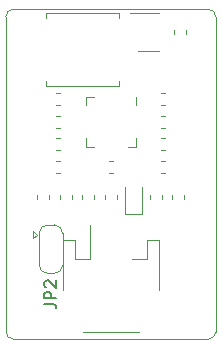
<source format=gbr>
%TF.GenerationSoftware,KiCad,Pcbnew,5.1.6+dfsg1-1~bpo10+1*%
%TF.CreationDate,2020-07-06T17:28:13+00:00*%
%TF.ProjectId,ProMicro_LIPO,50726f4d-6963-4726-9f5f-4c49504f2e6b,v1.6*%
%TF.SameCoordinates,Original*%
%TF.FileFunction,Legend,Top*%
%TF.FilePolarity,Positive*%
%FSLAX45Y45*%
G04 Gerber Fmt 4.5, Leading zero omitted, Abs format (unit mm)*
G04 Created by KiCad (PCBNEW 5.1.6+dfsg1-1~bpo10+1) date 2020-07-06 17:28:13*
%MOMM*%
%LPD*%
G01*
G04 APERTURE LIST*
%TA.AperFunction,Profile*%
%ADD10C,0.100000*%
%TD*%
%ADD11C,0.120000*%
%ADD12C,0.200000*%
%ADD13O,1.600000X1.600000*%
%ADD14R,1.600000X1.600000*%
%ADD15C,2.000000*%
%ADD16R,2.350000X5.100000*%
%ADD17R,1.060000X0.650000*%
%ADD18R,1.500000X1.000000*%
%ADD19C,0.150000*%
G04 APERTURE END LIST*
D10*
X-127000Y-63500D02*
X-127000Y2603500D01*
X1651000Y2603500D02*
X1651000Y-63500D01*
X1651000Y-63500D02*
G75*
G02*
X1587500Y-127000I-63500J0D01*
G01*
X-63500Y-127000D02*
G75*
G02*
X-127000Y-63500I0J63500D01*
G01*
X-127000Y2603500D02*
G75*
G02*
X-63500Y2667000I63500J0D01*
G01*
X1587500Y2667000D02*
G75*
G02*
X1651000Y2603500I0J-63500D01*
G01*
X1587500Y2667000D02*
X-63500Y2667000D01*
X-63500Y-127000D02*
X1587500Y-127000D01*
D11*
X210700Y2634100D02*
X830700Y2634100D01*
X830700Y2634100D02*
X830700Y2589100D01*
X830700Y2014100D02*
X210700Y2014100D01*
X830700Y2014100D02*
X830700Y2059100D01*
X210700Y2014100D02*
X210700Y2059100D01*
X210700Y2634100D02*
X210700Y2589100D01*
X333778Y1854000D02*
X301222Y1854000D01*
X333778Y1956000D02*
X301222Y1956000D01*
X1190222Y1956000D02*
X1222778Y1956000D01*
X1190222Y1854000D02*
X1222778Y1854000D01*
X1190222Y1765500D02*
X1222778Y1765500D01*
X1190222Y1663500D02*
X1222778Y1663500D01*
X622500Y1095778D02*
X622500Y1063222D01*
X520500Y1095778D02*
X520500Y1063222D01*
X333778Y1663500D02*
X301222Y1663500D01*
X333778Y1765500D02*
X301222Y1765500D01*
X1190222Y1384500D02*
X1222778Y1384500D01*
X1190222Y1282500D02*
X1222778Y1282500D01*
X1222778Y1473000D02*
X1190222Y1473000D01*
X1222778Y1575000D02*
X1190222Y1575000D01*
X301222Y1575000D02*
X333778Y1575000D01*
X301222Y1473000D02*
X333778Y1473000D01*
X333778Y1282500D02*
X301222Y1282500D01*
X333778Y1384500D02*
X301222Y1384500D01*
X778278Y1282500D02*
X745722Y1282500D01*
X778278Y1384500D02*
X745722Y1384500D01*
X1295200Y2460222D02*
X1295200Y2492778D01*
X1397200Y2460222D02*
X1397200Y2492778D01*
X973000Y1573500D02*
X973000Y1503500D01*
X973000Y1503500D02*
X903000Y1503500D01*
X551000Y1855500D02*
X551000Y1925500D01*
X551000Y1925500D02*
X621000Y1925500D01*
X551000Y1573500D02*
X551000Y1503500D01*
X551000Y1503500D02*
X621000Y1503500D01*
X973000Y1855500D02*
X973000Y1925500D01*
X989500Y2315500D02*
X1169500Y2315500D01*
X1169500Y2637500D02*
X924500Y2637500D01*
X134000Y755000D02*
X104000Y725000D01*
X104000Y785000D02*
X104000Y725000D01*
X134000Y755000D02*
X104000Y785000D01*
X224000Y840000D02*
X284000Y840000D01*
X154000Y495000D02*
X154000Y775000D01*
X284000Y430000D02*
X224000Y430000D01*
X354000Y775000D02*
X354000Y495000D01*
X284000Y840000D02*
G75*
G02*
X354000Y770000I0J-70000D01*
G01*
X154000Y770000D02*
G75*
G02*
X224000Y840000I70000J0D01*
G01*
X224000Y430000D02*
G75*
G02*
X154000Y500000I0J70000D01*
G01*
X354000Y500000D02*
G75*
G02*
X284000Y430000I-70000J0D01*
G01*
X356000Y287000D02*
X356000Y712000D01*
X356000Y712000D02*
X458000Y712000D01*
X458000Y712000D02*
X458000Y552000D01*
X458000Y552000D02*
X586000Y552000D01*
X586000Y552000D02*
X586000Y841000D01*
X1168000Y287000D02*
X1168000Y712000D01*
X1168000Y712000D02*
X1066000Y712000D01*
X1066000Y712000D02*
X1066000Y552000D01*
X1066000Y552000D02*
X938000Y552000D01*
X528000Y-70000D02*
X996000Y-70000D01*
X139500Y1063222D02*
X139500Y1095778D01*
X241500Y1063222D02*
X241500Y1095778D01*
X432000Y1095778D02*
X432000Y1063222D01*
X330000Y1095778D02*
X330000Y1063222D01*
X1092000Y1063222D02*
X1092000Y1095778D01*
X1194000Y1063222D02*
X1194000Y1095778D01*
X711000Y1063222D02*
X711000Y1095778D01*
X813000Y1063222D02*
X813000Y1095778D01*
X879000Y1159500D02*
X879000Y931000D01*
X879000Y931000D02*
X1026000Y931000D01*
X1026000Y931000D02*
X1026000Y1159500D01*
X1384500Y1095778D02*
X1384500Y1063222D01*
X1282500Y1095778D02*
X1282500Y1063222D01*
D12*
X199238Y170667D02*
X270667Y170667D01*
X284952Y165905D01*
X294476Y156381D01*
X299238Y142095D01*
X299238Y132572D01*
X299238Y218286D02*
X199238Y218286D01*
X199238Y256381D01*
X204000Y265905D01*
X208762Y270667D01*
X218286Y275429D01*
X232571Y275429D01*
X242095Y270667D01*
X246857Y265905D01*
X251619Y256381D01*
X251619Y218286D01*
X208762Y313524D02*
X204000Y318286D01*
X199238Y327810D01*
X199238Y351619D01*
X204000Y361143D01*
X208762Y365905D01*
X218286Y370667D01*
X227809Y370667D01*
X242095Y365905D01*
X299238Y308762D01*
X299238Y370667D01*
%LPC*%
D13*
X1524000Y0D03*
X1524000Y254000D03*
X1524000Y508000D03*
X0Y2794000D03*
X1524000Y762000D03*
X0Y2540000D03*
X1524000Y1016000D03*
X0Y2286000D03*
X1524000Y1270000D03*
X0Y2032000D03*
X1524000Y1524000D03*
X0Y1778000D03*
X1524000Y1778000D03*
X0Y1524000D03*
X1524000Y2032000D03*
X0Y1270000D03*
X1524000Y2286000D03*
X0Y1016000D03*
X1524000Y2540000D03*
X0Y762000D03*
X1524000Y2794000D03*
X0Y508000D03*
X0Y254000D03*
D14*
X0Y0D03*
D15*
X1270000Y2159000D03*
D16*
X728200Y2324100D03*
X313200Y2324100D03*
G36*
G01*
X282500Y1930625D02*
X282500Y1879375D01*
G75*
G02*
X260625Y1857500I-21875J0D01*
G01*
X216875Y1857500D01*
G75*
G02*
X195000Y1879375I0J21875D01*
G01*
X195000Y1930625D01*
G75*
G02*
X216875Y1952500I21875J0D01*
G01*
X260625Y1952500D01*
G75*
G02*
X282500Y1930625I0J-21875D01*
G01*
G37*
G36*
G01*
X440000Y1930625D02*
X440000Y1879375D01*
G75*
G02*
X418125Y1857500I-21875J0D01*
G01*
X374375Y1857500D01*
G75*
G02*
X352500Y1879375I0J21875D01*
G01*
X352500Y1930625D01*
G75*
G02*
X374375Y1952500I21875J0D01*
G01*
X418125Y1952500D01*
G75*
G02*
X440000Y1930625I0J-21875D01*
G01*
G37*
G36*
G01*
X1241500Y1879375D02*
X1241500Y1930625D01*
G75*
G02*
X1263375Y1952500I21875J0D01*
G01*
X1307125Y1952500D01*
G75*
G02*
X1329000Y1930625I0J-21875D01*
G01*
X1329000Y1879375D01*
G75*
G02*
X1307125Y1857500I-21875J0D01*
G01*
X1263375Y1857500D01*
G75*
G02*
X1241500Y1879375I0J21875D01*
G01*
G37*
G36*
G01*
X1084000Y1879375D02*
X1084000Y1930625D01*
G75*
G02*
X1105875Y1952500I21875J0D01*
G01*
X1149625Y1952500D01*
G75*
G02*
X1171500Y1930625I0J-21875D01*
G01*
X1171500Y1879375D01*
G75*
G02*
X1149625Y1857500I-21875J0D01*
G01*
X1105875Y1857500D01*
G75*
G02*
X1084000Y1879375I0J21875D01*
G01*
G37*
G36*
G01*
X1241500Y1688875D02*
X1241500Y1740125D01*
G75*
G02*
X1263375Y1762000I21875J0D01*
G01*
X1307125Y1762000D01*
G75*
G02*
X1329000Y1740125I0J-21875D01*
G01*
X1329000Y1688875D01*
G75*
G02*
X1307125Y1667000I-21875J0D01*
G01*
X1263375Y1667000D01*
G75*
G02*
X1241500Y1688875I0J21875D01*
G01*
G37*
G36*
G01*
X1084000Y1688875D02*
X1084000Y1740125D01*
G75*
G02*
X1105875Y1762000I21875J0D01*
G01*
X1149625Y1762000D01*
G75*
G02*
X1171500Y1740125I0J-21875D01*
G01*
X1171500Y1688875D01*
G75*
G02*
X1149625Y1667000I-21875J0D01*
G01*
X1105875Y1667000D01*
G75*
G02*
X1084000Y1688875I0J21875D01*
G01*
G37*
G36*
G01*
X545875Y1044500D02*
X597125Y1044500D01*
G75*
G02*
X619000Y1022625I0J-21875D01*
G01*
X619000Y978875D01*
G75*
G02*
X597125Y957000I-21875J0D01*
G01*
X545875Y957000D01*
G75*
G02*
X524000Y978875I0J21875D01*
G01*
X524000Y1022625D01*
G75*
G02*
X545875Y1044500I21875J0D01*
G01*
G37*
G36*
G01*
X545875Y1202000D02*
X597125Y1202000D01*
G75*
G02*
X619000Y1180125I0J-21875D01*
G01*
X619000Y1136375D01*
G75*
G02*
X597125Y1114500I-21875J0D01*
G01*
X545875Y1114500D01*
G75*
G02*
X524000Y1136375I0J21875D01*
G01*
X524000Y1180125D01*
G75*
G02*
X545875Y1202000I21875J0D01*
G01*
G37*
G36*
G01*
X282500Y1740125D02*
X282500Y1688875D01*
G75*
G02*
X260625Y1667000I-21875J0D01*
G01*
X216875Y1667000D01*
G75*
G02*
X195000Y1688875I0J21875D01*
G01*
X195000Y1740125D01*
G75*
G02*
X216875Y1762000I21875J0D01*
G01*
X260625Y1762000D01*
G75*
G02*
X282500Y1740125I0J-21875D01*
G01*
G37*
G36*
G01*
X440000Y1740125D02*
X440000Y1688875D01*
G75*
G02*
X418125Y1667000I-21875J0D01*
G01*
X374375Y1667000D01*
G75*
G02*
X352500Y1688875I0J21875D01*
G01*
X352500Y1740125D01*
G75*
G02*
X374375Y1762000I21875J0D01*
G01*
X418125Y1762000D01*
G75*
G02*
X440000Y1740125I0J-21875D01*
G01*
G37*
G36*
G01*
X1241500Y1307875D02*
X1241500Y1359125D01*
G75*
G02*
X1263375Y1381000I21875J0D01*
G01*
X1307125Y1381000D01*
G75*
G02*
X1329000Y1359125I0J-21875D01*
G01*
X1329000Y1307875D01*
G75*
G02*
X1307125Y1286000I-21875J0D01*
G01*
X1263375Y1286000D01*
G75*
G02*
X1241500Y1307875I0J21875D01*
G01*
G37*
G36*
G01*
X1084000Y1307875D02*
X1084000Y1359125D01*
G75*
G02*
X1105875Y1381000I21875J0D01*
G01*
X1149625Y1381000D01*
G75*
G02*
X1171500Y1359125I0J-21875D01*
G01*
X1171500Y1307875D01*
G75*
G02*
X1149625Y1286000I-21875J0D01*
G01*
X1105875Y1286000D01*
G75*
G02*
X1084000Y1307875I0J21875D01*
G01*
G37*
G36*
G01*
X1171500Y1549625D02*
X1171500Y1498375D01*
G75*
G02*
X1149625Y1476500I-21875J0D01*
G01*
X1105875Y1476500D01*
G75*
G02*
X1084000Y1498375I0J21875D01*
G01*
X1084000Y1549625D01*
G75*
G02*
X1105875Y1571500I21875J0D01*
G01*
X1149625Y1571500D01*
G75*
G02*
X1171500Y1549625I0J-21875D01*
G01*
G37*
G36*
G01*
X1329000Y1549625D02*
X1329000Y1498375D01*
G75*
G02*
X1307125Y1476500I-21875J0D01*
G01*
X1263375Y1476500D01*
G75*
G02*
X1241500Y1498375I0J21875D01*
G01*
X1241500Y1549625D01*
G75*
G02*
X1263375Y1571500I21875J0D01*
G01*
X1307125Y1571500D01*
G75*
G02*
X1329000Y1549625I0J-21875D01*
G01*
G37*
G36*
G01*
X352500Y1498375D02*
X352500Y1549625D01*
G75*
G02*
X374375Y1571500I21875J0D01*
G01*
X418125Y1571500D01*
G75*
G02*
X440000Y1549625I0J-21875D01*
G01*
X440000Y1498375D01*
G75*
G02*
X418125Y1476500I-21875J0D01*
G01*
X374375Y1476500D01*
G75*
G02*
X352500Y1498375I0J21875D01*
G01*
G37*
G36*
G01*
X195000Y1498375D02*
X195000Y1549625D01*
G75*
G02*
X216875Y1571500I21875J0D01*
G01*
X260625Y1571500D01*
G75*
G02*
X282500Y1549625I0J-21875D01*
G01*
X282500Y1498375D01*
G75*
G02*
X260625Y1476500I-21875J0D01*
G01*
X216875Y1476500D01*
G75*
G02*
X195000Y1498375I0J21875D01*
G01*
G37*
G36*
G01*
X282500Y1359125D02*
X282500Y1307875D01*
G75*
G02*
X260625Y1286000I-21875J0D01*
G01*
X216875Y1286000D01*
G75*
G02*
X195000Y1307875I0J21875D01*
G01*
X195000Y1359125D01*
G75*
G02*
X216875Y1381000I21875J0D01*
G01*
X260625Y1381000D01*
G75*
G02*
X282500Y1359125I0J-21875D01*
G01*
G37*
G36*
G01*
X440000Y1359125D02*
X440000Y1307875D01*
G75*
G02*
X418125Y1286000I-21875J0D01*
G01*
X374375Y1286000D01*
G75*
G02*
X352500Y1307875I0J21875D01*
G01*
X352500Y1359125D01*
G75*
G02*
X374375Y1381000I21875J0D01*
G01*
X418125Y1381000D01*
G75*
G02*
X440000Y1359125I0J-21875D01*
G01*
G37*
G36*
G01*
X727000Y1359125D02*
X727000Y1307875D01*
G75*
G02*
X705125Y1286000I-21875J0D01*
G01*
X661375Y1286000D01*
G75*
G02*
X639500Y1307875I0J21875D01*
G01*
X639500Y1359125D01*
G75*
G02*
X661375Y1381000I21875J0D01*
G01*
X705125Y1381000D01*
G75*
G02*
X727000Y1359125I0J-21875D01*
G01*
G37*
G36*
G01*
X884500Y1359125D02*
X884500Y1307875D01*
G75*
G02*
X862625Y1286000I-21875J0D01*
G01*
X818875Y1286000D01*
G75*
G02*
X797000Y1307875I0J21875D01*
G01*
X797000Y1359125D01*
G75*
G02*
X818875Y1381000I21875J0D01*
G01*
X862625Y1381000D01*
G75*
G02*
X884500Y1359125I0J-21875D01*
G01*
G37*
G36*
G01*
X1371825Y2511500D02*
X1320575Y2511500D01*
G75*
G02*
X1298700Y2533375I0J21875D01*
G01*
X1298700Y2577125D01*
G75*
G02*
X1320575Y2599000I21875J0D01*
G01*
X1371825Y2599000D01*
G75*
G02*
X1393700Y2577125I0J-21875D01*
G01*
X1393700Y2533375D01*
G75*
G02*
X1371825Y2511500I-21875J0D01*
G01*
G37*
G36*
G01*
X1371825Y2354000D02*
X1320575Y2354000D01*
G75*
G02*
X1298700Y2375875I0J21875D01*
G01*
X1298700Y2419625D01*
G75*
G02*
X1320575Y2441500I21875J0D01*
G01*
X1371825Y2441500D01*
G75*
G02*
X1393700Y2419625I0J-21875D01*
G01*
X1393700Y2375875D01*
G75*
G02*
X1371825Y2354000I-21875J0D01*
G01*
G37*
G36*
G01*
X925750Y1829500D02*
X990750Y1829500D01*
G75*
G02*
X999500Y1820750I0J-8750D01*
G01*
X999500Y1803250D01*
G75*
G02*
X990750Y1794500I-8750J0D01*
G01*
X925750Y1794500D01*
G75*
G02*
X917000Y1803250I0J8750D01*
G01*
X917000Y1820750D01*
G75*
G02*
X925750Y1829500I8750J0D01*
G01*
G37*
G36*
G01*
X925750Y1764500D02*
X990750Y1764500D01*
G75*
G02*
X999500Y1755750I0J-8750D01*
G01*
X999500Y1738250D01*
G75*
G02*
X990750Y1729500I-8750J0D01*
G01*
X925750Y1729500D01*
G75*
G02*
X917000Y1738250I0J8750D01*
G01*
X917000Y1755750D01*
G75*
G02*
X925750Y1764500I8750J0D01*
G01*
G37*
G36*
G01*
X925750Y1699500D02*
X990750Y1699500D01*
G75*
G02*
X999500Y1690750I0J-8750D01*
G01*
X999500Y1673250D01*
G75*
G02*
X990750Y1664500I-8750J0D01*
G01*
X925750Y1664500D01*
G75*
G02*
X917000Y1673250I0J8750D01*
G01*
X917000Y1690750D01*
G75*
G02*
X925750Y1699500I8750J0D01*
G01*
G37*
G36*
G01*
X925750Y1634500D02*
X990750Y1634500D01*
G75*
G02*
X999500Y1625750I0J-8750D01*
G01*
X999500Y1608250D01*
G75*
G02*
X990750Y1599500I-8750J0D01*
G01*
X925750Y1599500D01*
G75*
G02*
X917000Y1608250I0J8750D01*
G01*
X917000Y1625750D01*
G75*
G02*
X925750Y1634500I8750J0D01*
G01*
G37*
G36*
G01*
X850750Y1559500D02*
X868250Y1559500D01*
G75*
G02*
X877000Y1550750I0J-8750D01*
G01*
X877000Y1485750D01*
G75*
G02*
X868250Y1477000I-8750J0D01*
G01*
X850750Y1477000D01*
G75*
G02*
X842000Y1485750I0J8750D01*
G01*
X842000Y1550750D01*
G75*
G02*
X850750Y1559500I8750J0D01*
G01*
G37*
G36*
G01*
X785750Y1559500D02*
X803250Y1559500D01*
G75*
G02*
X812000Y1550750I0J-8750D01*
G01*
X812000Y1485750D01*
G75*
G02*
X803250Y1477000I-8750J0D01*
G01*
X785750Y1477000D01*
G75*
G02*
X777000Y1485750I0J8750D01*
G01*
X777000Y1550750D01*
G75*
G02*
X785750Y1559500I8750J0D01*
G01*
G37*
G36*
G01*
X720750Y1559500D02*
X738250Y1559500D01*
G75*
G02*
X747000Y1550750I0J-8750D01*
G01*
X747000Y1485750D01*
G75*
G02*
X738250Y1477000I-8750J0D01*
G01*
X720750Y1477000D01*
G75*
G02*
X712000Y1485750I0J8750D01*
G01*
X712000Y1550750D01*
G75*
G02*
X720750Y1559500I8750J0D01*
G01*
G37*
G36*
G01*
X655750Y1559500D02*
X673250Y1559500D01*
G75*
G02*
X682000Y1550750I0J-8750D01*
G01*
X682000Y1485750D01*
G75*
G02*
X673250Y1477000I-8750J0D01*
G01*
X655750Y1477000D01*
G75*
G02*
X647000Y1485750I0J8750D01*
G01*
X647000Y1550750D01*
G75*
G02*
X655750Y1559500I8750J0D01*
G01*
G37*
G36*
G01*
X533250Y1634500D02*
X598250Y1634500D01*
G75*
G02*
X607000Y1625750I0J-8750D01*
G01*
X607000Y1608250D01*
G75*
G02*
X598250Y1599500I-8750J0D01*
G01*
X533250Y1599500D01*
G75*
G02*
X524500Y1608250I0J8750D01*
G01*
X524500Y1625750D01*
G75*
G02*
X533250Y1634500I8750J0D01*
G01*
G37*
G36*
G01*
X533250Y1699500D02*
X598250Y1699500D01*
G75*
G02*
X607000Y1690750I0J-8750D01*
G01*
X607000Y1673250D01*
G75*
G02*
X598250Y1664500I-8750J0D01*
G01*
X533250Y1664500D01*
G75*
G02*
X524500Y1673250I0J8750D01*
G01*
X524500Y1690750D01*
G75*
G02*
X533250Y1699500I8750J0D01*
G01*
G37*
G36*
G01*
X533250Y1764500D02*
X598250Y1764500D01*
G75*
G02*
X607000Y1755750I0J-8750D01*
G01*
X607000Y1738250D01*
G75*
G02*
X598250Y1729500I-8750J0D01*
G01*
X533250Y1729500D01*
G75*
G02*
X524500Y1738250I0J8750D01*
G01*
X524500Y1755750D01*
G75*
G02*
X533250Y1764500I8750J0D01*
G01*
G37*
G36*
G01*
X533250Y1829500D02*
X598250Y1829500D01*
G75*
G02*
X607000Y1820750I0J-8750D01*
G01*
X607000Y1803250D01*
G75*
G02*
X598250Y1794500I-8750J0D01*
G01*
X533250Y1794500D01*
G75*
G02*
X524500Y1803250I0J8750D01*
G01*
X524500Y1820750D01*
G75*
G02*
X533250Y1829500I8750J0D01*
G01*
G37*
G36*
G01*
X655750Y1952000D02*
X673250Y1952000D01*
G75*
G02*
X682000Y1943250I0J-8750D01*
G01*
X682000Y1878250D01*
G75*
G02*
X673250Y1869500I-8750J0D01*
G01*
X655750Y1869500D01*
G75*
G02*
X647000Y1878250I0J8750D01*
G01*
X647000Y1943250D01*
G75*
G02*
X655750Y1952000I8750J0D01*
G01*
G37*
G36*
G01*
X720750Y1952000D02*
X738250Y1952000D01*
G75*
G02*
X747000Y1943250I0J-8750D01*
G01*
X747000Y1878250D01*
G75*
G02*
X738250Y1869500I-8750J0D01*
G01*
X720750Y1869500D01*
G75*
G02*
X712000Y1878250I0J8750D01*
G01*
X712000Y1943250D01*
G75*
G02*
X720750Y1952000I8750J0D01*
G01*
G37*
G36*
G01*
X785750Y1952000D02*
X803250Y1952000D01*
G75*
G02*
X812000Y1943250I0J-8750D01*
G01*
X812000Y1878250D01*
G75*
G02*
X803250Y1869500I-8750J0D01*
G01*
X785750Y1869500D01*
G75*
G02*
X777000Y1878250I0J8750D01*
G01*
X777000Y1943250D01*
G75*
G02*
X785750Y1952000I8750J0D01*
G01*
G37*
G36*
G01*
X850750Y1952000D02*
X868250Y1952000D01*
G75*
G02*
X877000Y1943250I0J-8750D01*
G01*
X877000Y1878250D01*
G75*
G02*
X868250Y1869500I-8750J0D01*
G01*
X850750Y1869500D01*
G75*
G02*
X842000Y1878250I0J8750D01*
G01*
X842000Y1943250D01*
G75*
G02*
X850750Y1952000I8750J0D01*
G01*
G37*
G36*
G01*
X652000Y1849500D02*
X872000Y1849500D01*
G75*
G02*
X897000Y1824500I0J-25000D01*
G01*
X897000Y1604500D01*
G75*
G02*
X872000Y1579500I-25000J0D01*
G01*
X652000Y1579500D01*
G75*
G02*
X627000Y1604500I0J25000D01*
G01*
X627000Y1824500D01*
G75*
G02*
X652000Y1849500I25000J0D01*
G01*
G37*
D17*
X1189500Y2571500D03*
X1189500Y2381500D03*
X969500Y2381500D03*
X969500Y2476500D03*
X969500Y2571500D03*
D18*
X254000Y635000D03*
D19*
G36*
X328940Y505000D02*
G01*
X328940Y502547D01*
X328459Y497663D01*
X327502Y492851D01*
X326077Y488155D01*
X324200Y483622D01*
X321886Y479295D01*
X319160Y475215D01*
X316048Y471422D01*
X312578Y467952D01*
X308785Y464840D01*
X304705Y462114D01*
X300378Y459800D01*
X295845Y457923D01*
X291149Y456498D01*
X286337Y455541D01*
X281453Y455060D01*
X279000Y455060D01*
X279000Y455000D01*
X229000Y455000D01*
X229000Y455060D01*
X226547Y455060D01*
X221663Y455541D01*
X216851Y456498D01*
X212155Y457923D01*
X207622Y459800D01*
X203295Y462114D01*
X199215Y464840D01*
X195422Y467952D01*
X191952Y471422D01*
X188840Y475215D01*
X186114Y479295D01*
X183800Y483622D01*
X181923Y488155D01*
X180498Y492851D01*
X179541Y497663D01*
X179060Y502547D01*
X179060Y505000D01*
X179000Y505000D01*
X179000Y560000D01*
X329000Y560000D01*
X329000Y505000D01*
X328940Y505000D01*
G37*
G36*
X179000Y710000D02*
G01*
X179000Y765000D01*
X179060Y765000D01*
X179060Y767453D01*
X179541Y772336D01*
X180498Y777149D01*
X181923Y781844D01*
X183800Y786378D01*
X186114Y790705D01*
X188840Y794785D01*
X191952Y798578D01*
X195422Y802048D01*
X199215Y805160D01*
X203295Y807886D01*
X207622Y810199D01*
X212155Y812077D01*
X216851Y813502D01*
X221663Y814459D01*
X226547Y814940D01*
X229000Y814940D01*
X229000Y815000D01*
X279000Y815000D01*
X279000Y814940D01*
X281453Y814940D01*
X286337Y814459D01*
X291149Y813502D01*
X295845Y812077D01*
X300378Y810199D01*
X304705Y807886D01*
X308785Y805160D01*
X312578Y802048D01*
X316048Y798578D01*
X319160Y794785D01*
X321886Y790705D01*
X324200Y786378D01*
X326077Y781844D01*
X327502Y777149D01*
X328459Y772336D01*
X328940Y767453D01*
X328940Y765000D01*
X329000Y765000D01*
X329000Y710000D01*
X179000Y710000D01*
G37*
G36*
G01*
X1022000Y-54000D02*
X1022000Y236000D01*
G75*
G02*
X1047000Y261000I25000J0D01*
G01*
X1147000Y261000D01*
G75*
G02*
X1172000Y236000I0J-25000D01*
G01*
X1172000Y-54000D01*
G75*
G02*
X1147000Y-79000I-25000J0D01*
G01*
X1047000Y-79000D01*
G75*
G02*
X1022000Y-54000I0J25000D01*
G01*
G37*
G36*
G01*
X352000Y-54000D02*
X352000Y236000D01*
G75*
G02*
X377000Y261000I25000J0D01*
G01*
X477000Y261000D01*
G75*
G02*
X502000Y236000I0J-25000D01*
G01*
X502000Y-54000D01*
G75*
G02*
X477000Y-79000I-25000J0D01*
G01*
X377000Y-79000D01*
G75*
G02*
X352000Y-54000I0J25000D01*
G01*
G37*
G36*
G01*
X812000Y516000D02*
X812000Y816000D01*
G75*
G02*
X837000Y841000I25000J0D01*
G01*
X887000Y841000D01*
G75*
G02*
X912000Y816000I0J-25000D01*
G01*
X912000Y516000D01*
G75*
G02*
X887000Y491000I-25000J0D01*
G01*
X837000Y491000D01*
G75*
G02*
X812000Y516000I0J25000D01*
G01*
G37*
G36*
G01*
X612000Y516000D02*
X612000Y816000D01*
G75*
G02*
X637000Y841000I25000J0D01*
G01*
X687000Y841000D01*
G75*
G02*
X712000Y816000I0J-25000D01*
G01*
X712000Y516000D01*
G75*
G02*
X687000Y491000I-25000J0D01*
G01*
X637000Y491000D01*
G75*
G02*
X612000Y516000I0J25000D01*
G01*
G37*
G36*
G01*
X216125Y1114500D02*
X164875Y1114500D01*
G75*
G02*
X143000Y1136375I0J21875D01*
G01*
X143000Y1180125D01*
G75*
G02*
X164875Y1202000I21875J0D01*
G01*
X216125Y1202000D01*
G75*
G02*
X238000Y1180125I0J-21875D01*
G01*
X238000Y1136375D01*
G75*
G02*
X216125Y1114500I-21875J0D01*
G01*
G37*
G36*
G01*
X216125Y957000D02*
X164875Y957000D01*
G75*
G02*
X143000Y978875I0J21875D01*
G01*
X143000Y1022625D01*
G75*
G02*
X164875Y1044500I21875J0D01*
G01*
X216125Y1044500D01*
G75*
G02*
X238000Y1022625I0J-21875D01*
G01*
X238000Y978875D01*
G75*
G02*
X216125Y957000I-21875J0D01*
G01*
G37*
G36*
G01*
X355375Y1044500D02*
X406625Y1044500D01*
G75*
G02*
X428500Y1022625I0J-21875D01*
G01*
X428500Y978875D01*
G75*
G02*
X406625Y957000I-21875J0D01*
G01*
X355375Y957000D01*
G75*
G02*
X333500Y978875I0J21875D01*
G01*
X333500Y1022625D01*
G75*
G02*
X355375Y1044500I21875J0D01*
G01*
G37*
G36*
G01*
X355375Y1202000D02*
X406625Y1202000D01*
G75*
G02*
X428500Y1180125I0J-21875D01*
G01*
X428500Y1136375D01*
G75*
G02*
X406625Y1114500I-21875J0D01*
G01*
X355375Y1114500D01*
G75*
G02*
X333500Y1136375I0J21875D01*
G01*
X333500Y1180125D01*
G75*
G02*
X355375Y1202000I21875J0D01*
G01*
G37*
G36*
G01*
X1168625Y1114500D02*
X1117375Y1114500D01*
G75*
G02*
X1095500Y1136375I0J21875D01*
G01*
X1095500Y1180125D01*
G75*
G02*
X1117375Y1202000I21875J0D01*
G01*
X1168625Y1202000D01*
G75*
G02*
X1190500Y1180125I0J-21875D01*
G01*
X1190500Y1136375D01*
G75*
G02*
X1168625Y1114500I-21875J0D01*
G01*
G37*
G36*
G01*
X1168625Y957000D02*
X1117375Y957000D01*
G75*
G02*
X1095500Y978875I0J21875D01*
G01*
X1095500Y1022625D01*
G75*
G02*
X1117375Y1044500I21875J0D01*
G01*
X1168625Y1044500D01*
G75*
G02*
X1190500Y1022625I0J-21875D01*
G01*
X1190500Y978875D01*
G75*
G02*
X1168625Y957000I-21875J0D01*
G01*
G37*
G36*
G01*
X787625Y1114500D02*
X736375Y1114500D01*
G75*
G02*
X714500Y1136375I0J21875D01*
G01*
X714500Y1180125D01*
G75*
G02*
X736375Y1202000I21875J0D01*
G01*
X787625Y1202000D01*
G75*
G02*
X809500Y1180125I0J-21875D01*
G01*
X809500Y1136375D01*
G75*
G02*
X787625Y1114500I-21875J0D01*
G01*
G37*
G36*
G01*
X787625Y957000D02*
X736375Y957000D01*
G75*
G02*
X714500Y978875I0J21875D01*
G01*
X714500Y1022625D01*
G75*
G02*
X736375Y1044500I21875J0D01*
G01*
X787625Y1044500D01*
G75*
G02*
X809500Y1022625I0J-21875D01*
G01*
X809500Y978875D01*
G75*
G02*
X787625Y957000I-21875J0D01*
G01*
G37*
G36*
G01*
X978125Y1114500D02*
X926875Y1114500D01*
G75*
G02*
X905000Y1136375I0J21875D01*
G01*
X905000Y1180125D01*
G75*
G02*
X926875Y1202000I21875J0D01*
G01*
X978125Y1202000D01*
G75*
G02*
X1000000Y1180125I0J-21875D01*
G01*
X1000000Y1136375D01*
G75*
G02*
X978125Y1114500I-21875J0D01*
G01*
G37*
G36*
G01*
X978125Y957000D02*
X926875Y957000D01*
G75*
G02*
X905000Y978875I0J21875D01*
G01*
X905000Y1022625D01*
G75*
G02*
X926875Y1044500I21875J0D01*
G01*
X978125Y1044500D01*
G75*
G02*
X1000000Y1022625I0J-21875D01*
G01*
X1000000Y978875D01*
G75*
G02*
X978125Y957000I-21875J0D01*
G01*
G37*
G36*
G01*
X1307875Y1044500D02*
X1359125Y1044500D01*
G75*
G02*
X1381000Y1022625I0J-21875D01*
G01*
X1381000Y978875D01*
G75*
G02*
X1359125Y957000I-21875J0D01*
G01*
X1307875Y957000D01*
G75*
G02*
X1286000Y978875I0J21875D01*
G01*
X1286000Y1022625D01*
G75*
G02*
X1307875Y1044500I21875J0D01*
G01*
G37*
G36*
G01*
X1307875Y1202000D02*
X1359125Y1202000D01*
G75*
G02*
X1381000Y1180125I0J-21875D01*
G01*
X1381000Y1136375D01*
G75*
G02*
X1359125Y1114500I-21875J0D01*
G01*
X1307875Y1114500D01*
G75*
G02*
X1286000Y1136375I0J21875D01*
G01*
X1286000Y1180125D01*
G75*
G02*
X1307875Y1202000I21875J0D01*
G01*
G37*
M02*

</source>
